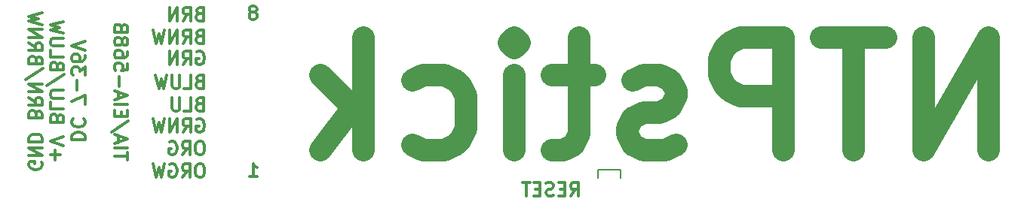
<source format=gbo>
G04 #@! TF.FileFunction,Legend,Bot*
%FSLAX46Y46*%
G04 Gerber Fmt 4.6, Leading zero omitted, Abs format (unit mm)*
G04 Created by KiCad (PCBNEW 0.201411071246+5256~19~ubuntu14.04.1-product) date Sun 09 Nov 2014 14:56:43 NZDT*
%MOMM*%
G01*
G04 APERTURE LIST*
%ADD10C,0.150000*%
%ADD11C,0.300000*%
%ADD12C,2.540000*%
%ADD13C,0.165100*%
%ADD14R,1.524000X1.524000*%
%ADD15C,1.524000*%
%ADD16O,3.302000X1.524000*%
%ADD17O,5.000000X2.199640*%
%ADD18R,1.524000X2.199640*%
%ADD19O,1.524000X2.199640*%
G04 APERTURE END LIST*
D10*
D11*
X76930142Y-53415429D02*
X77073000Y-53344000D01*
X77144428Y-53272571D01*
X77215857Y-53129714D01*
X77215857Y-53058286D01*
X77144428Y-52915429D01*
X77073000Y-52844000D01*
X76930142Y-52772571D01*
X76644428Y-52772571D01*
X76501571Y-52844000D01*
X76430142Y-52915429D01*
X76358714Y-53058286D01*
X76358714Y-53129714D01*
X76430142Y-53272571D01*
X76501571Y-53344000D01*
X76644428Y-53415429D01*
X76930142Y-53415429D01*
X77073000Y-53486857D01*
X77144428Y-53558286D01*
X77215857Y-53701143D01*
X77215857Y-53986857D01*
X77144428Y-54129714D01*
X77073000Y-54201143D01*
X76930142Y-54272571D01*
X76644428Y-54272571D01*
X76501571Y-54201143D01*
X76430142Y-54129714D01*
X76358714Y-53986857D01*
X76358714Y-53701143D01*
X76430142Y-53558286D01*
X76501571Y-53486857D01*
X76644428Y-53415429D01*
X76358714Y-71989071D02*
X77215857Y-71989071D01*
X76787285Y-71989071D02*
X76787285Y-70489071D01*
X76930142Y-70703357D01*
X77073000Y-70846214D01*
X77215857Y-70917643D01*
D12*
X159366856Y-68991238D02*
X159366856Y-56291238D01*
X152109714Y-68991238D01*
X152109714Y-56291238D01*
X147876380Y-56291238D02*
X140619237Y-56291238D01*
X144247809Y-68991238D02*
X144247809Y-56291238D01*
X136385904Y-68991238D02*
X136385904Y-56291238D01*
X131547809Y-56291238D01*
X130338285Y-56896000D01*
X129733524Y-57500762D01*
X129128762Y-58710286D01*
X129128762Y-60524571D01*
X129733524Y-61734095D01*
X130338285Y-62338857D01*
X131547809Y-62943619D01*
X136385904Y-62943619D01*
X124290666Y-68386476D02*
X123081143Y-68991238D01*
X120662095Y-68991238D01*
X119452571Y-68386476D01*
X118847809Y-67176952D01*
X118847809Y-66572190D01*
X119452571Y-65362667D01*
X120662095Y-64757905D01*
X122476381Y-64757905D01*
X123685904Y-64153143D01*
X124290666Y-62943619D01*
X124290666Y-62338857D01*
X123685904Y-61129333D01*
X122476381Y-60524571D01*
X120662095Y-60524571D01*
X119452571Y-61129333D01*
X115219238Y-60524571D02*
X110381143Y-60524571D01*
X113404952Y-56291238D02*
X113404952Y-67176952D01*
X112800191Y-68386476D01*
X111590667Y-68991238D01*
X110381143Y-68991238D01*
X106147809Y-68991238D02*
X106147809Y-60524571D01*
X106147809Y-56291238D02*
X106752571Y-56896000D01*
X106147809Y-57500762D01*
X105543048Y-56896000D01*
X106147809Y-56291238D01*
X106147809Y-57500762D01*
X94657333Y-68386476D02*
X95866857Y-68991238D01*
X98285905Y-68991238D01*
X99495429Y-68386476D01*
X100100190Y-67781714D01*
X100704952Y-66572190D01*
X100704952Y-62943619D01*
X100100190Y-61734095D01*
X99495429Y-61129333D01*
X98285905Y-60524571D01*
X95866857Y-60524571D01*
X94657333Y-61129333D01*
X89214476Y-68991238D02*
X89214476Y-56291238D01*
X88004953Y-64153143D02*
X84376381Y-68991238D01*
X84376381Y-60524571D02*
X89214476Y-65362667D01*
D13*
X118046500Y-71183500D02*
X118046500Y-72136000D01*
X115506500Y-71183500D02*
X118046500Y-71183500D01*
X115506500Y-72136000D02*
X115506500Y-71183500D01*
D11*
X62721429Y-70114285D02*
X62721429Y-69257142D01*
X61221429Y-69685713D02*
X62721429Y-69685713D01*
X61221429Y-68757142D02*
X62721429Y-68757142D01*
X61650000Y-68114285D02*
X61650000Y-67399999D01*
X61221429Y-68257142D02*
X62721429Y-67757142D01*
X61221429Y-67257142D01*
X62792857Y-65685714D02*
X60864286Y-66971428D01*
X62007143Y-65185713D02*
X62007143Y-64685713D01*
X61221429Y-64471427D02*
X61221429Y-65185713D01*
X62721429Y-65185713D01*
X62721429Y-64471427D01*
X61221429Y-63828570D02*
X62721429Y-63828570D01*
X61650000Y-63185713D02*
X61650000Y-62471427D01*
X61221429Y-63328570D02*
X62721429Y-62828570D01*
X61221429Y-62328570D01*
X61792857Y-61828570D02*
X61792857Y-60685713D01*
X62721429Y-59257141D02*
X62721429Y-59971427D01*
X62007143Y-60042856D01*
X62078571Y-59971427D01*
X62150000Y-59828570D01*
X62150000Y-59471427D01*
X62078571Y-59328570D01*
X62007143Y-59257141D01*
X61864286Y-59185713D01*
X61507143Y-59185713D01*
X61364286Y-59257141D01*
X61292857Y-59328570D01*
X61221429Y-59471427D01*
X61221429Y-59828570D01*
X61292857Y-59971427D01*
X61364286Y-60042856D01*
X62721429Y-57899999D02*
X62721429Y-58185713D01*
X62650000Y-58328570D01*
X62578571Y-58399999D01*
X62364286Y-58542856D01*
X62078571Y-58614285D01*
X61507143Y-58614285D01*
X61364286Y-58542856D01*
X61292857Y-58471428D01*
X61221429Y-58328570D01*
X61221429Y-58042856D01*
X61292857Y-57899999D01*
X61364286Y-57828570D01*
X61507143Y-57757142D01*
X61864286Y-57757142D01*
X62007143Y-57828570D01*
X62078571Y-57899999D01*
X62150000Y-58042856D01*
X62150000Y-58328570D01*
X62078571Y-58471428D01*
X62007143Y-58542856D01*
X61864286Y-58614285D01*
X62078571Y-56899999D02*
X62150000Y-57042857D01*
X62221429Y-57114285D01*
X62364286Y-57185714D01*
X62435714Y-57185714D01*
X62578571Y-57114285D01*
X62650000Y-57042857D01*
X62721429Y-56899999D01*
X62721429Y-56614285D01*
X62650000Y-56471428D01*
X62578571Y-56399999D01*
X62435714Y-56328571D01*
X62364286Y-56328571D01*
X62221429Y-56399999D01*
X62150000Y-56471428D01*
X62078571Y-56614285D01*
X62078571Y-56899999D01*
X62007143Y-57042857D01*
X61935714Y-57114285D01*
X61792857Y-57185714D01*
X61507143Y-57185714D01*
X61364286Y-57114285D01*
X61292857Y-57042857D01*
X61221429Y-56899999D01*
X61221429Y-56614285D01*
X61292857Y-56471428D01*
X61364286Y-56399999D01*
X61507143Y-56328571D01*
X61792857Y-56328571D01*
X61935714Y-56399999D01*
X62007143Y-56471428D01*
X62078571Y-56614285D01*
X62007143Y-55185714D02*
X61935714Y-54971428D01*
X61864286Y-54900000D01*
X61721429Y-54828571D01*
X61507143Y-54828571D01*
X61364286Y-54900000D01*
X61292857Y-54971428D01*
X61221429Y-55114286D01*
X61221429Y-55685714D01*
X62721429Y-55685714D01*
X62721429Y-55185714D01*
X62650000Y-55042857D01*
X62578571Y-54971428D01*
X62435714Y-54900000D01*
X62292857Y-54900000D01*
X62150000Y-54971428D01*
X62078571Y-55042857D01*
X62007143Y-55185714D01*
X62007143Y-55685714D01*
X56421429Y-67828570D02*
X57921429Y-67828570D01*
X57921429Y-67471427D01*
X57850000Y-67257142D01*
X57707143Y-67114284D01*
X57564286Y-67042856D01*
X57278571Y-66971427D01*
X57064286Y-66971427D01*
X56778571Y-67042856D01*
X56635714Y-67114284D01*
X56492857Y-67257142D01*
X56421429Y-67471427D01*
X56421429Y-67828570D01*
X56564286Y-65471427D02*
X56492857Y-65542856D01*
X56421429Y-65757142D01*
X56421429Y-65899999D01*
X56492857Y-66114284D01*
X56635714Y-66257142D01*
X56778571Y-66328570D01*
X57064286Y-66399999D01*
X57278571Y-66399999D01*
X57564286Y-66328570D01*
X57707143Y-66257142D01*
X57850000Y-66114284D01*
X57921429Y-65899999D01*
X57921429Y-65757142D01*
X57850000Y-65542856D01*
X57778571Y-65471427D01*
X57921429Y-63828570D02*
X57921429Y-62828570D01*
X56421429Y-63471427D01*
X56992857Y-62257142D02*
X56992857Y-61114285D01*
X57921429Y-60542856D02*
X57921429Y-59614285D01*
X57350000Y-60114285D01*
X57350000Y-59899999D01*
X57278571Y-59757142D01*
X57207143Y-59685713D01*
X57064286Y-59614285D01*
X56707143Y-59614285D01*
X56564286Y-59685713D01*
X56492857Y-59757142D01*
X56421429Y-59899999D01*
X56421429Y-60328571D01*
X56492857Y-60471428D01*
X56564286Y-60542856D01*
X57921429Y-58328571D02*
X57921429Y-58614285D01*
X57850000Y-58757142D01*
X57778571Y-58828571D01*
X57564286Y-58971428D01*
X57278571Y-59042857D01*
X56707143Y-59042857D01*
X56564286Y-58971428D01*
X56492857Y-58900000D01*
X56421429Y-58757142D01*
X56421429Y-58471428D01*
X56492857Y-58328571D01*
X56564286Y-58257142D01*
X56707143Y-58185714D01*
X57064286Y-58185714D01*
X57207143Y-58257142D01*
X57278571Y-58328571D01*
X57350000Y-58471428D01*
X57350000Y-58757142D01*
X57278571Y-58900000D01*
X57207143Y-58971428D01*
X57064286Y-59042857D01*
X57921429Y-57757143D02*
X56421429Y-57257143D01*
X57921429Y-56757143D01*
X54592857Y-70114286D02*
X54592857Y-68971429D01*
X54021429Y-69542858D02*
X55164286Y-69542858D01*
X55521429Y-68471429D02*
X54021429Y-67971429D01*
X55521429Y-67471429D01*
X54807143Y-65328572D02*
X54735714Y-65114286D01*
X54664286Y-65042858D01*
X54521429Y-64971429D01*
X54307143Y-64971429D01*
X54164286Y-65042858D01*
X54092857Y-65114286D01*
X54021429Y-65257144D01*
X54021429Y-65828572D01*
X55521429Y-65828572D01*
X55521429Y-65328572D01*
X55450000Y-65185715D01*
X55378571Y-65114286D01*
X55235714Y-65042858D01*
X55092857Y-65042858D01*
X54950000Y-65114286D01*
X54878571Y-65185715D01*
X54807143Y-65328572D01*
X54807143Y-65828572D01*
X54021429Y-63614286D02*
X54021429Y-64328572D01*
X55521429Y-64328572D01*
X55521429Y-63114286D02*
X54307143Y-63114286D01*
X54164286Y-63042858D01*
X54092857Y-62971429D01*
X54021429Y-62828572D01*
X54021429Y-62542858D01*
X54092857Y-62400000D01*
X54164286Y-62328572D01*
X54307143Y-62257143D01*
X55521429Y-62257143D01*
X55592857Y-60471429D02*
X53664286Y-61757143D01*
X54807143Y-59471428D02*
X54735714Y-59257142D01*
X54664286Y-59185714D01*
X54521429Y-59114285D01*
X54307143Y-59114285D01*
X54164286Y-59185714D01*
X54092857Y-59257142D01*
X54021429Y-59400000D01*
X54021429Y-59971428D01*
X55521429Y-59971428D01*
X55521429Y-59471428D01*
X55450000Y-59328571D01*
X55378571Y-59257142D01*
X55235714Y-59185714D01*
X55092857Y-59185714D01*
X54950000Y-59257142D01*
X54878571Y-59328571D01*
X54807143Y-59471428D01*
X54807143Y-59971428D01*
X54021429Y-57757142D02*
X54021429Y-58471428D01*
X55521429Y-58471428D01*
X55521429Y-57257142D02*
X54307143Y-57257142D01*
X54164286Y-57185714D01*
X54092857Y-57114285D01*
X54021429Y-56971428D01*
X54021429Y-56685714D01*
X54092857Y-56542856D01*
X54164286Y-56471428D01*
X54307143Y-56399999D01*
X55521429Y-56399999D01*
X55521429Y-55828570D02*
X54021429Y-55471427D01*
X55092857Y-55185713D01*
X54021429Y-54899999D01*
X55521429Y-54542856D01*
X53050000Y-70328572D02*
X53121429Y-70471429D01*
X53121429Y-70685715D01*
X53050000Y-70900000D01*
X52907143Y-71042858D01*
X52764286Y-71114286D01*
X52478571Y-71185715D01*
X52264286Y-71185715D01*
X51978571Y-71114286D01*
X51835714Y-71042858D01*
X51692857Y-70900000D01*
X51621429Y-70685715D01*
X51621429Y-70542858D01*
X51692857Y-70328572D01*
X51764286Y-70257143D01*
X52264286Y-70257143D01*
X52264286Y-70542858D01*
X51621429Y-69614286D02*
X53121429Y-69614286D01*
X51621429Y-68757143D01*
X53121429Y-68757143D01*
X51621429Y-68042857D02*
X53121429Y-68042857D01*
X53121429Y-67685714D01*
X53050000Y-67471429D01*
X52907143Y-67328571D01*
X52764286Y-67257143D01*
X52478571Y-67185714D01*
X52264286Y-67185714D01*
X51978571Y-67257143D01*
X51835714Y-67328571D01*
X51692857Y-67471429D01*
X51621429Y-67685714D01*
X51621429Y-68042857D01*
X52407143Y-64900000D02*
X52335714Y-64685714D01*
X52264286Y-64614286D01*
X52121429Y-64542857D01*
X51907143Y-64542857D01*
X51764286Y-64614286D01*
X51692857Y-64685714D01*
X51621429Y-64828572D01*
X51621429Y-65400000D01*
X53121429Y-65400000D01*
X53121429Y-64900000D01*
X53050000Y-64757143D01*
X52978571Y-64685714D01*
X52835714Y-64614286D01*
X52692857Y-64614286D01*
X52550000Y-64685714D01*
X52478571Y-64757143D01*
X52407143Y-64900000D01*
X52407143Y-65400000D01*
X51621429Y-63042857D02*
X52335714Y-63542857D01*
X51621429Y-63900000D02*
X53121429Y-63900000D01*
X53121429Y-63328572D01*
X53050000Y-63185714D01*
X52978571Y-63114286D01*
X52835714Y-63042857D01*
X52621429Y-63042857D01*
X52478571Y-63114286D01*
X52407143Y-63185714D01*
X52335714Y-63328572D01*
X52335714Y-63900000D01*
X51621429Y-62400000D02*
X53121429Y-62400000D01*
X51621429Y-61542857D01*
X53121429Y-61542857D01*
X53192857Y-59757143D02*
X51264286Y-61042857D01*
X52407143Y-58757142D02*
X52335714Y-58542856D01*
X52264286Y-58471428D01*
X52121429Y-58399999D01*
X51907143Y-58399999D01*
X51764286Y-58471428D01*
X51692857Y-58542856D01*
X51621429Y-58685714D01*
X51621429Y-59257142D01*
X53121429Y-59257142D01*
X53121429Y-58757142D01*
X53050000Y-58614285D01*
X52978571Y-58542856D01*
X52835714Y-58471428D01*
X52692857Y-58471428D01*
X52550000Y-58542856D01*
X52478571Y-58614285D01*
X52407143Y-58757142D01*
X52407143Y-59257142D01*
X51621429Y-56899999D02*
X52335714Y-57399999D01*
X51621429Y-57757142D02*
X53121429Y-57757142D01*
X53121429Y-57185714D01*
X53050000Y-57042856D01*
X52978571Y-56971428D01*
X52835714Y-56899999D01*
X52621429Y-56899999D01*
X52478571Y-56971428D01*
X52407143Y-57042856D01*
X52335714Y-57185714D01*
X52335714Y-57757142D01*
X51621429Y-56257142D02*
X53121429Y-56257142D01*
X51621429Y-55399999D01*
X53121429Y-55399999D01*
X53121429Y-54828570D02*
X51621429Y-54471427D01*
X52692857Y-54185713D01*
X51621429Y-53899999D01*
X53121429Y-53542856D01*
X112450714Y-74148071D02*
X112950714Y-73433786D01*
X113307857Y-74148071D02*
X113307857Y-72648071D01*
X112736429Y-72648071D01*
X112593571Y-72719500D01*
X112522143Y-72790929D01*
X112450714Y-72933786D01*
X112450714Y-73148071D01*
X112522143Y-73290929D01*
X112593571Y-73362357D01*
X112736429Y-73433786D01*
X113307857Y-73433786D01*
X111807857Y-73362357D02*
X111307857Y-73362357D01*
X111093571Y-74148071D02*
X111807857Y-74148071D01*
X111807857Y-72648071D01*
X111093571Y-72648071D01*
X110522143Y-74076643D02*
X110307857Y-74148071D01*
X109950714Y-74148071D01*
X109807857Y-74076643D01*
X109736428Y-74005214D01*
X109665000Y-73862357D01*
X109665000Y-73719500D01*
X109736428Y-73576643D01*
X109807857Y-73505214D01*
X109950714Y-73433786D01*
X110236428Y-73362357D01*
X110379286Y-73290929D01*
X110450714Y-73219500D01*
X110522143Y-73076643D01*
X110522143Y-72933786D01*
X110450714Y-72790929D01*
X110379286Y-72719500D01*
X110236428Y-72648071D01*
X109879286Y-72648071D01*
X109665000Y-72719500D01*
X109022143Y-73362357D02*
X108522143Y-73362357D01*
X108307857Y-74148071D02*
X109022143Y-74148071D01*
X109022143Y-72648071D01*
X108307857Y-72648071D01*
X107879286Y-72648071D02*
X107022143Y-72648071D01*
X107450714Y-74148071D02*
X107450714Y-72648071D01*
X70770857Y-53613857D02*
X70556571Y-53685286D01*
X70485143Y-53756714D01*
X70413714Y-53899571D01*
X70413714Y-54113857D01*
X70485143Y-54256714D01*
X70556571Y-54328143D01*
X70699429Y-54399571D01*
X71270857Y-54399571D01*
X71270857Y-52899571D01*
X70770857Y-52899571D01*
X70628000Y-52971000D01*
X70556571Y-53042429D01*
X70485143Y-53185286D01*
X70485143Y-53328143D01*
X70556571Y-53471000D01*
X70628000Y-53542429D01*
X70770857Y-53613857D01*
X71270857Y-53613857D01*
X68913714Y-54399571D02*
X69413714Y-53685286D01*
X69770857Y-54399571D02*
X69770857Y-52899571D01*
X69199429Y-52899571D01*
X69056571Y-52971000D01*
X68985143Y-53042429D01*
X68913714Y-53185286D01*
X68913714Y-53399571D01*
X68985143Y-53542429D01*
X69056571Y-53613857D01*
X69199429Y-53685286D01*
X69770857Y-53685286D01*
X68270857Y-54399571D02*
X68270857Y-52899571D01*
X67413714Y-54399571D01*
X67413714Y-52899571D01*
X70770857Y-56153857D02*
X70556571Y-56225286D01*
X70485143Y-56296714D01*
X70413714Y-56439571D01*
X70413714Y-56653857D01*
X70485143Y-56796714D01*
X70556571Y-56868143D01*
X70699429Y-56939571D01*
X71270857Y-56939571D01*
X71270857Y-55439571D01*
X70770857Y-55439571D01*
X70628000Y-55511000D01*
X70556571Y-55582429D01*
X70485143Y-55725286D01*
X70485143Y-55868143D01*
X70556571Y-56011000D01*
X70628000Y-56082429D01*
X70770857Y-56153857D01*
X71270857Y-56153857D01*
X68913714Y-56939571D02*
X69413714Y-56225286D01*
X69770857Y-56939571D02*
X69770857Y-55439571D01*
X69199429Y-55439571D01*
X69056571Y-55511000D01*
X68985143Y-55582429D01*
X68913714Y-55725286D01*
X68913714Y-55939571D01*
X68985143Y-56082429D01*
X69056571Y-56153857D01*
X69199429Y-56225286D01*
X69770857Y-56225286D01*
X68270857Y-56939571D02*
X68270857Y-55439571D01*
X67413714Y-56939571D01*
X67413714Y-55439571D01*
X66842285Y-55439571D02*
X66485142Y-56939571D01*
X66199428Y-55868143D01*
X65913714Y-56939571D01*
X65556571Y-55439571D01*
X70485143Y-57924000D02*
X70628000Y-57852571D01*
X70842286Y-57852571D01*
X71056571Y-57924000D01*
X71199429Y-58066857D01*
X71270857Y-58209714D01*
X71342286Y-58495429D01*
X71342286Y-58709714D01*
X71270857Y-58995429D01*
X71199429Y-59138286D01*
X71056571Y-59281143D01*
X70842286Y-59352571D01*
X70699429Y-59352571D01*
X70485143Y-59281143D01*
X70413714Y-59209714D01*
X70413714Y-58709714D01*
X70699429Y-58709714D01*
X68913714Y-59352571D02*
X69413714Y-58638286D01*
X69770857Y-59352571D02*
X69770857Y-57852571D01*
X69199429Y-57852571D01*
X69056571Y-57924000D01*
X68985143Y-57995429D01*
X68913714Y-58138286D01*
X68913714Y-58352571D01*
X68985143Y-58495429D01*
X69056571Y-58566857D01*
X69199429Y-58638286D01*
X69770857Y-58638286D01*
X68270857Y-59352571D02*
X68270857Y-57852571D01*
X67413714Y-59352571D01*
X67413714Y-57852571D01*
X70770857Y-61233857D02*
X70556571Y-61305286D01*
X70485143Y-61376714D01*
X70413714Y-61519571D01*
X70413714Y-61733857D01*
X70485143Y-61876714D01*
X70556571Y-61948143D01*
X70699429Y-62019571D01*
X71270857Y-62019571D01*
X71270857Y-60519571D01*
X70770857Y-60519571D01*
X70628000Y-60591000D01*
X70556571Y-60662429D01*
X70485143Y-60805286D01*
X70485143Y-60948143D01*
X70556571Y-61091000D01*
X70628000Y-61162429D01*
X70770857Y-61233857D01*
X71270857Y-61233857D01*
X69056571Y-62019571D02*
X69770857Y-62019571D01*
X69770857Y-60519571D01*
X68556571Y-60519571D02*
X68556571Y-61733857D01*
X68485143Y-61876714D01*
X68413714Y-61948143D01*
X68270857Y-62019571D01*
X67985143Y-62019571D01*
X67842285Y-61948143D01*
X67770857Y-61876714D01*
X67699428Y-61733857D01*
X67699428Y-60519571D01*
X67127999Y-60519571D02*
X66770856Y-62019571D01*
X66485142Y-60948143D01*
X66199428Y-62019571D01*
X65842285Y-60519571D01*
X70770857Y-63773857D02*
X70556571Y-63845286D01*
X70485143Y-63916714D01*
X70413714Y-64059571D01*
X70413714Y-64273857D01*
X70485143Y-64416714D01*
X70556571Y-64488143D01*
X70699429Y-64559571D01*
X71270857Y-64559571D01*
X71270857Y-63059571D01*
X70770857Y-63059571D01*
X70628000Y-63131000D01*
X70556571Y-63202429D01*
X70485143Y-63345286D01*
X70485143Y-63488143D01*
X70556571Y-63631000D01*
X70628000Y-63702429D01*
X70770857Y-63773857D01*
X71270857Y-63773857D01*
X69056571Y-64559571D02*
X69770857Y-64559571D01*
X69770857Y-63059571D01*
X68556571Y-63059571D02*
X68556571Y-64273857D01*
X68485143Y-64416714D01*
X68413714Y-64488143D01*
X68270857Y-64559571D01*
X67985143Y-64559571D01*
X67842285Y-64488143D01*
X67770857Y-64416714D01*
X67699428Y-64273857D01*
X67699428Y-63059571D01*
X70485143Y-65544000D02*
X70628000Y-65472571D01*
X70842286Y-65472571D01*
X71056571Y-65544000D01*
X71199429Y-65686857D01*
X71270857Y-65829714D01*
X71342286Y-66115429D01*
X71342286Y-66329714D01*
X71270857Y-66615429D01*
X71199429Y-66758286D01*
X71056571Y-66901143D01*
X70842286Y-66972571D01*
X70699429Y-66972571D01*
X70485143Y-66901143D01*
X70413714Y-66829714D01*
X70413714Y-66329714D01*
X70699429Y-66329714D01*
X68913714Y-66972571D02*
X69413714Y-66258286D01*
X69770857Y-66972571D02*
X69770857Y-65472571D01*
X69199429Y-65472571D01*
X69056571Y-65544000D01*
X68985143Y-65615429D01*
X68913714Y-65758286D01*
X68913714Y-65972571D01*
X68985143Y-66115429D01*
X69056571Y-66186857D01*
X69199429Y-66258286D01*
X69770857Y-66258286D01*
X68270857Y-66972571D02*
X68270857Y-65472571D01*
X67413714Y-66972571D01*
X67413714Y-65472571D01*
X66842285Y-65472571D02*
X66485142Y-66972571D01*
X66199428Y-65901143D01*
X65913714Y-66972571D01*
X65556571Y-65472571D01*
X70985143Y-68012571D02*
X70699429Y-68012571D01*
X70556571Y-68084000D01*
X70413714Y-68226857D01*
X70342286Y-68512571D01*
X70342286Y-69012571D01*
X70413714Y-69298286D01*
X70556571Y-69441143D01*
X70699429Y-69512571D01*
X70985143Y-69512571D01*
X71128000Y-69441143D01*
X71270857Y-69298286D01*
X71342286Y-69012571D01*
X71342286Y-68512571D01*
X71270857Y-68226857D01*
X71128000Y-68084000D01*
X70985143Y-68012571D01*
X68842285Y-69512571D02*
X69342285Y-68798286D01*
X69699428Y-69512571D02*
X69699428Y-68012571D01*
X69128000Y-68012571D01*
X68985142Y-68084000D01*
X68913714Y-68155429D01*
X68842285Y-68298286D01*
X68842285Y-68512571D01*
X68913714Y-68655429D01*
X68985142Y-68726857D01*
X69128000Y-68798286D01*
X69699428Y-68798286D01*
X67413714Y-68084000D02*
X67556571Y-68012571D01*
X67770857Y-68012571D01*
X67985142Y-68084000D01*
X68128000Y-68226857D01*
X68199428Y-68369714D01*
X68270857Y-68655429D01*
X68270857Y-68869714D01*
X68199428Y-69155429D01*
X68128000Y-69298286D01*
X67985142Y-69441143D01*
X67770857Y-69512571D01*
X67628000Y-69512571D01*
X67413714Y-69441143D01*
X67342285Y-69369714D01*
X67342285Y-68869714D01*
X67628000Y-68869714D01*
X70985143Y-70552571D02*
X70699429Y-70552571D01*
X70556571Y-70624000D01*
X70413714Y-70766857D01*
X70342286Y-71052571D01*
X70342286Y-71552571D01*
X70413714Y-71838286D01*
X70556571Y-71981143D01*
X70699429Y-72052571D01*
X70985143Y-72052571D01*
X71128000Y-71981143D01*
X71270857Y-71838286D01*
X71342286Y-71552571D01*
X71342286Y-71052571D01*
X71270857Y-70766857D01*
X71128000Y-70624000D01*
X70985143Y-70552571D01*
X68842285Y-72052571D02*
X69342285Y-71338286D01*
X69699428Y-72052571D02*
X69699428Y-70552571D01*
X69128000Y-70552571D01*
X68985142Y-70624000D01*
X68913714Y-70695429D01*
X68842285Y-70838286D01*
X68842285Y-71052571D01*
X68913714Y-71195429D01*
X68985142Y-71266857D01*
X69128000Y-71338286D01*
X69699428Y-71338286D01*
X67413714Y-70624000D02*
X67556571Y-70552571D01*
X67770857Y-70552571D01*
X67985142Y-70624000D01*
X68128000Y-70766857D01*
X68199428Y-70909714D01*
X68270857Y-71195429D01*
X68270857Y-71409714D01*
X68199428Y-71695429D01*
X68128000Y-71838286D01*
X67985142Y-71981143D01*
X67770857Y-72052571D01*
X67628000Y-72052571D01*
X67413714Y-71981143D01*
X67342285Y-71909714D01*
X67342285Y-71409714D01*
X67628000Y-71409714D01*
X66842285Y-70552571D02*
X66485142Y-72052571D01*
X66199428Y-70981143D01*
X65913714Y-72052571D01*
X65556571Y-70552571D01*
%LPC*%
D14*
X141478000Y-66802000D03*
D15*
X138938000Y-66802000D03*
X141478000Y-64262000D03*
X138938000Y-64262000D03*
X141478000Y-61722000D03*
X138938000Y-61722000D03*
D16*
X73787000Y-71390000D03*
X73787000Y-68850000D03*
X73787000Y-66310000D03*
X73787000Y-63770000D03*
X73787000Y-61230000D03*
X73787000Y-58690000D03*
X73787000Y-56150000D03*
X73787000Y-53610000D03*
D17*
X35000000Y-57500000D03*
X35000000Y-67500000D03*
D18*
X125680000Y-73500000D03*
D19*
X123140000Y-73500000D03*
X120600000Y-73500000D03*
X118060000Y-73500000D03*
X115520000Y-73500000D03*
M02*

</source>
